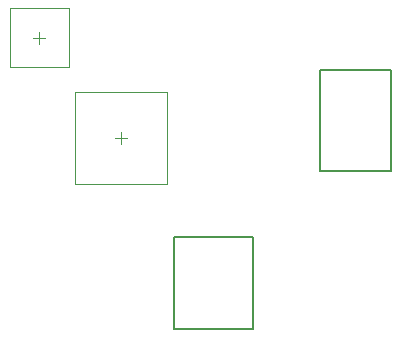
<source format=gbr>
%TF.GenerationSoftware,Altium Limited,Altium Designer,24.4.1 (13)*%
G04 Layer_Color=32768*
%FSLAX45Y45*%
%MOMM*%
%TF.SameCoordinates,9860FC65-6E59-49BE-95FE-00A45DA03842*%
%TF.FilePolarity,Positive*%
%TF.FileFunction,Other,Top_Courtyard*%
%TF.Part,Single*%
G01*
G75*
%TA.AperFunction,NonConductor*%
%ADD50C,0.20000*%
%ADD76C,0.10000*%
%ADD78C,0.05000*%
D50*
X2967500Y1545000D02*
X3560500D01*
Y2405000D01*
X2967500D02*
X3560500D01*
X2967500Y1545000D02*
Y2405000D01*
X1727250Y989715D02*
X2397750D01*
X1727250Y210285D02*
Y989715D01*
Y210285D02*
X2397750D01*
Y989715D01*
D76*
X1277500Y1775000D02*
Y1875000D01*
X1227500Y1825000D02*
X1327500D01*
X537500Y2675000D02*
X637500D01*
X587500Y2625000D02*
Y2725000D01*
D78*
X887500Y1435000D02*
X1667500D01*
X887500Y2215000D02*
X1667500D01*
Y1435000D02*
Y2215000D01*
X887500Y1435000D02*
Y2215000D01*
X337500Y2925000D02*
X837500D01*
X337500Y2425000D02*
Y2925000D01*
Y2425000D02*
X837500D01*
Y2925000D01*
%TF.MD5,d1f6379501417ea6ad4a5442eea18eaf*%
M02*

</source>
